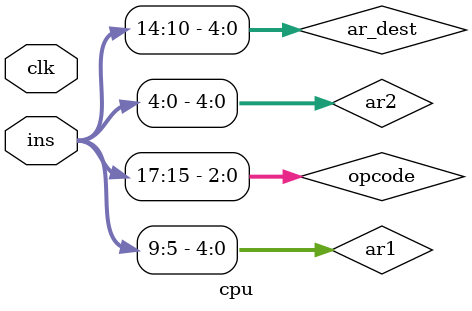
<source format=v>
module cpu #(parameter d_width = 32, reg_ct = 32,
		op_width = 3, ra_width = $clog2(reg_ct),
		ins_width = op_width + ra_width + ra_width + ra_width)
	(	input [ins_width-1:0]ins,
		input clk
	);
	localparam opc_end = ins_width - op_width;
	localparam ar_d_end = opc_end - ra_width;
	localparam ar1_end = ar_d_end - ra_width;
	localparam ar2_end = ar1_end - ra_width; /* must be zero */
	wire [op_width-1:0] alu_op;
	wire [op_width-1:0] opcode = ins[ins_width-1:opc_end];
	wire s_alu, shift_dir;
	wire [ra_width-1:0]
		ar1 = ins[ar_d_end-1:ar1_end],
		ar2 = ins[ar1_end-1:ar2_end],
		ar_dest = ins[opc_end-1:ar_d_end];
	wire [d_width-1:0] r1, r2;
	wire [d_width-1:0] shift_res, alu_res;
	wire [d_width-1:0] result;
	mux_out #(.d_width(d_width))
		muxo (.out(result), .a(alu_res), .b(shift_res), .sel(s_alu));
	control #(.ra_width(ra_width), .d_width(d_width), .reg_ct(reg_ct),
			.op_width(op_width))
		ctrl(.alu_op(alu_op), .select_alu(s_alu), .opcode(opcode),
			.shift_dir(shift_dir), .clk(clk));
	shifter #(.ra_width(ra_width), .d_width(d_width))
		sh(.res(shift_res), .rin(r1), .shift(ar2), .dir(shift_dir));
	alu #(.op_width(op_width), .d_width(d_width))
		alui(.res(alu_res), .ra(r1), .rb(r2), .aop(alu_op));
	reg_file #(.ra_width(ra_width), .d_width(d_width), .reg_ct(reg_ct))
		regs(.ra(r1), .rb(r2), .rd(result), .addr_a(ar1),
			.addr_b(ar2), .addr_d(ar_dest), .clk(clk));
endmodule
</source>
